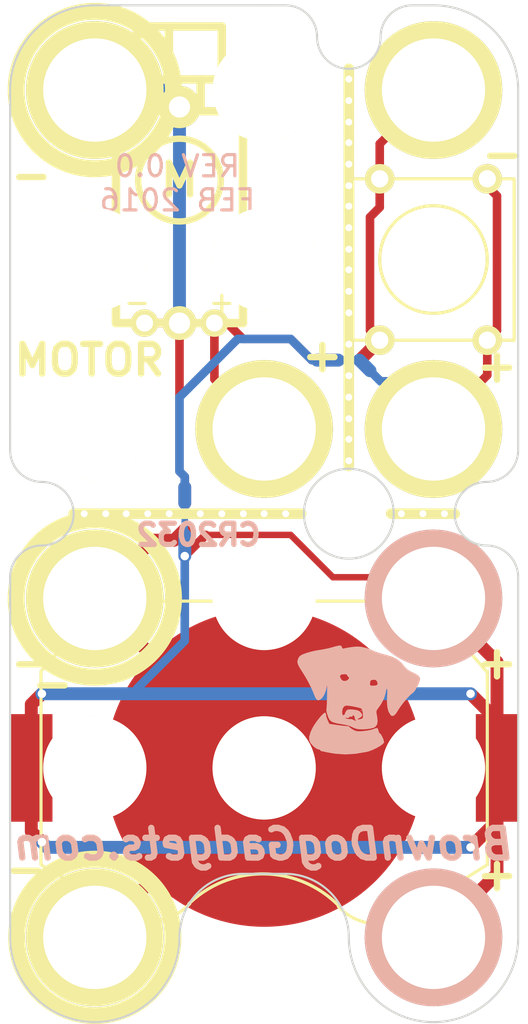
<source format=kicad_pcb>
(kicad_pcb (version 4) (host pcbnew "(2015-08-15 BZR 6092)-product")

  (general
    (links 16)
    (no_connects 0)
    (area 142.891667 59.55 168.45 108.091207)
    (thickness 1.6)
    (drawings 87)
    (tracks 87)
    (zones 0)
    (modules 36)
    (nets 4)
  )

  (page USLetter)
  (layers
    (0 F.Cu signal)
    (31 B.Cu signal)
    (32 B.Adhes user)
    (33 F.Adhes user)
    (34 B.Paste user)
    (35 F.Paste user)
    (36 B.SilkS user)
    (37 F.SilkS user)
    (38 B.Mask user)
    (39 F.Mask user)
    (40 Dwgs.User user)
    (41 Cmts.User user)
    (42 Eco1.User user)
    (43 Eco2.User user hide)
    (44 Edge.Cuts user)
    (45 Margin user)
    (46 B.CrtYd user hide)
    (47 F.CrtYd user)
    (48 B.Fab user)
    (49 F.Fab user hide)
  )

  (setup
    (last_trace_width 0.6096)
    (user_trace_width 0.3048)
    (user_trace_width 0.4064)
    (user_trace_width 0.6096)
    (trace_clearance 0.2)
    (zone_clearance 0.508)
    (zone_45_only no)
    (trace_min 0.007874)
    (segment_width 0.5)
    (edge_width 0.1)
    (via_size 0.6)
    (via_drill 0.4)
    (via_min_size 0.015748)
    (via_min_drill 0.3)
    (user_via 1 0.5)
    (uvia_size 0.3)
    (uvia_drill 0.1)
    (uvias_allowed no)
    (uvia_min_size 0.007874)
    (uvia_min_drill 0.1)
    (pcb_text_width 0.3)
    (pcb_text_size 1.5 1.5)
    (mod_edge_width 0.15)
    (mod_text_size 1 1)
    (mod_text_width 0.15)
    (pad_size 15 15)
    (pad_drill 0)
    (pad_to_mask_clearance 0)
    (aux_axis_origin 0 0)
    (visible_elements 7FFFFFFF)
    (pcbplotparams
      (layerselection 0x010f0_80000001)
      (usegerberextensions true)
      (excludeedgelayer true)
      (linewidth 0.100000)
      (plotframeref false)
      (viasonmask false)
      (mode 1)
      (useauxorigin false)
      (hpglpennumber 1)
      (hpglpenspeed 20)
      (hpglpendiameter 15)
      (hpglpenoverlay 2)
      (psnegative false)
      (psa4output false)
      (plotreference true)
      (plotvalue true)
      (plotinvisibletext false)
      (padsonsilk false)
      (subtractmaskfromsilk false)
      (outputformat 1)
      (mirror false)
      (drillshape 0)
      (scaleselection 1)
      (outputdirectory gerbers/))
  )

  (net 0 "")
  (net 1 GND)
  (net 2 +BATT)
  (net 3 "Net-(P11-Pad1)")

  (net_class Default "This is the default net class."
    (clearance 0.2)
    (trace_width 0.254)
    (via_dia 0.6)
    (via_drill 0.4)
    (uvia_dia 0.3)
    (uvia_drill 0.1)
    (add_net +BATT)
    (add_net GND)
    (add_net "Net-(P11-Pad1)")
  )

  (module myFootPrints:MOUSEBITEx3 (layer F.Cu) (tedit 56D33F8B) (tstamp 56D3DDF4)
    (at 160 67.5 90)
    (descr "module 1 pin (ou trou mecanique de percage)")
    (tags DEV)
    (fp_text reference B3 (at 0 0 90) (layer F.SilkS) hide
      (effects (font (size 0.127 0.127) (thickness 0.0254)))
    )
    (fp_text value 1pin (at 0 0 90) (layer F.Fab) hide
      (effects (font (size 0.127 0.127) (thickness 0.0254)))
    )
    (pad "" np_thru_hole circle (at -1.016 0 90) (size 0.3302 0.3302) (drill 0.3302) (layers *.Cu *.Mask F.SilkS))
    (pad "" np_thru_hole circle (at 1.016 0 90) (size 0.3302 0.3302) (drill 0.3302) (layers *.Cu *.Mask F.SilkS))
    (pad "" np_thru_hole circle (at 0 0 90) (size 0.3302 0.3302) (drill 0.3302) (layers *.Cu *.Mask F.SilkS))
  )

  (module myFootPrints:Lego_Pad_half (layer F.Cu) (tedit 56D3CCDE) (tstamp 56CFB309)
    (at 164 104 180)
    (descr "Through hole pin header")
    (tags "pin header")
    (path /56CFAA4A)
    (fp_text reference PBP1 (at 0 0 180) (layer F.SilkS) hide
      (effects (font (size 1 1) (thickness 0.15)))
    )
    (fp_text value CONN_01X01 (at 0 -1.27 180) (layer F.Fab) hide
      (effects (font (size 0.127 0.127) (thickness 0.03175)))
    )
    (pad 1 thru_hole circle (at 0 0 180) (size 6.5 6.5) (drill 4.8768) (layers *.Cu B.SilkS B.Mask)
      (net 2 +BATT))
  )

  (module myFootPrints:Lego_Pad_half (layer F.Cu) (tedit 56D3CC93) (tstamp 56CFB314)
    (at 164 88 270)
    (descr "Through hole pin header")
    (tags "pin header")
    (path /56CFA993)
    (fp_text reference PBP2 (at 0 0 270) (layer F.SilkS) hide
      (effects (font (size 1 1) (thickness 0.15)))
    )
    (fp_text value CONN_01X01 (at 0 -1.27 270) (layer F.Fab) hide
      (effects (font (size 0.127 0.127) (thickness 0.03175)))
    )
    (pad 1 thru_hole circle (at 0 0 270) (size 6.5 6.5) (drill 4.8768) (layers *.Cu B.SilkS B.Mask)
      (net 2 +BATT))
  )

  (module myFootPrints:MOUSEBITEx3 (layer F.Cu) (tedit 56D33F8B) (tstamp 56DF9898)
    (at 160 78.5 90)
    (descr "module 1 pin (ou trou mecanique de percage)")
    (tags DEV)
    (fp_text reference B3 (at 0 0 90) (layer F.SilkS) hide
      (effects (font (size 0.127 0.127) (thickness 0.0254)))
    )
    (fp_text value 1pin (at 0 0 90) (layer F.Fab) hide
      (effects (font (size 0.127 0.127) (thickness 0.0254)))
    )
    (pad "" np_thru_hole circle (at -1.016 0 90) (size 0.3302 0.3302) (drill 0.3302) (layers *.Cu *.Mask F.SilkS))
    (pad "" np_thru_hole circle (at 1.016 0 90) (size 0.3302 0.3302) (drill 0.3302) (layers *.Cu *.Mask F.SilkS))
    (pad "" np_thru_hole circle (at 0 0 90) (size 0.3302 0.3302) (drill 0.3302) (layers *.Cu *.Mask F.SilkS))
  )

  (module myFootPrints:vibration_motor (layer F.Cu) (tedit 56D369A5) (tstamp 56D12217)
    (at 152 70 180)
    (path /56D13384)
    (fp_text reference P11 (at 0.5 0 270) (layer F.SilkS) hide
      (effects (font (size 1 1) (thickness 0.15)))
    )
    (fp_text value CONN_01X02 (at -1 0 270) (layer F.Fab) hide
      (effects (font (size 1 1) (thickness 0.15)))
    )
    (fp_text user - (at 2 -4 180) (layer F.SilkS)
      (effects (font (size 1 1) (thickness 0.15)))
    )
    (fp_text user + (at -2 -4 180) (layer F.SilkS)
      (effects (font (size 1 1) (thickness 0.15)))
    )
    (fp_line (start 0.5 6.5) (end 0.5 9) (layer F.SilkS) (width 0.4))
    (fp_line (start -1 6.5) (end -2 6.5) (layer F.SilkS) (width 0.4))
    (fp_line (start -2 6.5) (end -2 9) (layer F.SilkS) (width 0.4))
    (fp_line (start -2 9) (end 2 9) (layer F.SilkS) (width 0.4))
    (fp_line (start 2 9) (end 2 6.5) (layer F.SilkS) (width 0.4))
    (fp_line (start 2 6.5) (end 1 6.5) (layer F.SilkS) (width 0.4))
    (fp_line (start -1 5) (end -1 6.5) (layer F.SilkS) (width 0.4))
    (fp_line (start -1 6.5) (end 1 6.5) (layer F.SilkS) (width 0.4))
    (fp_line (start 1 6.5) (end 1 5) (layer F.SilkS) (width 0.4))
    (fp_line (start -3 -5) (end -3 5) (layer F.SilkS) (width 0.4))
    (fp_line (start -3 5) (end 3 5) (layer F.SilkS) (width 0.4))
    (fp_line (start 3 5) (end 3 -5) (layer F.SilkS) (width 0.4))
    (fp_line (start 3 -5) (end -3 -5) (layer F.SilkS) (width 0.4))
    (pad 1 thru_hole circle (at -1.65 -5 180) (size 1.3 1.3) (drill 0.8) (layers *.Cu *.Mask F.SilkS)
      (net 3 "Net-(P11-Pad1)"))
    (pad 2 thru_hole circle (at 0 -5 180) (size 1.6 1.6) (drill 1) (layers *.Cu *.Mask F.SilkS)
      (net 1 GND))
    (pad 2 thru_hole circle (at 1.65 -5 180) (size 1.3 1.3) (drill 0.8) (layers *.Cu *.Mask F.SilkS)
      (net 1 GND))
    (pad 2 thru_hole circle (at 0 5.2 180) (size 2 2) (drill 1) (layers *.Cu *.Mask F.SilkS)
      (net 1 GND))
  )

  (module myFootPrints:Lego_Drill (layer F.Cu) (tedit 56D30369) (tstamp 56DF9742)
    (at 148 80)
    (descr "Through hole pin header")
    (tags "pin header")
    (path /56CE9A5D)
    (fp_text reference P6 (at 0 0) (layer F.SilkS) hide
      (effects (font (size 1 1) (thickness 0.15)))
    )
    (fp_text value CONN_01X01 (at 0 -1.27) (layer F.Fab) hide
      (effects (font (size 1 1) (thickness 0.15)))
    )
    (pad "" np_thru_hole circle (at 0 0) (size 4.8768 4.8768) (drill 4.8768) (layers *.Cu *.Mask F.SilkS))
  )

  (module myFootPrints:Lego_Drill (layer F.Cu) (tedit 56D30372) (tstamp 56DF9738)
    (at 156 64)
    (descr "Through hole pin header")
    (tags "pin header")
    (path /56CE9A5D)
    (fp_text reference P6 (at 0 0) (layer F.SilkS) hide
      (effects (font (size 1 1) (thickness 0.15)))
    )
    (fp_text value CONN_01X01 (at 0 -1.27) (layer F.Fab) hide
      (effects (font (size 0.127 0.127) (thickness 0.03175)))
    )
    (pad "" np_thru_hole circle (at 0 0) (size 4.8768 4.8768) (drill 4.8768) (layers *.Cu *.Mask F.SilkS))
  )

  (module myFootPrints:MOUSEBITEx2 (layer F.Cu) (tedit 56D33FF0) (tstamp 56D515AB)
    (at 160 81.5 90)
    (descr "module 1 pin (ou trou mecanique de percage)")
    (tags DEV)
    (fp_text reference B2 (at 0 0 90) (layer F.SilkS) hide
      (effects (font (size 0.127 0.127) (thickness 0.0254)))
    )
    (fp_text value 1pin (at 0 0 90) (layer F.Fab) hide
      (effects (font (size 0.127 0.127) (thickness 0.0254)))
    )
    (pad "" np_thru_hole circle (at 1.016 0 90) (size 0.3302 0.3302) (drill 0.3302) (layers *.Cu *.Mask F.SilkS))
    (pad "" np_thru_hole circle (at 0 0 90) (size 0.3302 0.3302) (drill 0.3302) (layers *.Cu *.Mask F.SilkS))
  )

  (module myFootPrints:MOUSEBITEx3 (layer F.Cu) (tedit 56D33F8B) (tstamp 56D51599)
    (at 160 73.5 90)
    (descr "module 1 pin (ou trou mecanique de percage)")
    (tags DEV)
    (fp_text reference B3 (at 0 0 90) (layer F.SilkS) hide
      (effects (font (size 0.127 0.127) (thickness 0.0254)))
    )
    (fp_text value 1pin (at 0 0 90) (layer F.Fab) hide
      (effects (font (size 0.127 0.127) (thickness 0.0254)))
    )
    (pad "" np_thru_hole circle (at -1.016 0 90) (size 0.3302 0.3302) (drill 0.3302) (layers *.Cu *.Mask F.SilkS))
    (pad "" np_thru_hole circle (at 1.016 0 90) (size 0.3302 0.3302) (drill 0.3302) (layers *.Cu *.Mask F.SilkS))
    (pad "" np_thru_hole circle (at 0 0 90) (size 0.3302 0.3302) (drill 0.3302) (layers *.Cu *.Mask F.SilkS))
  )

  (module myFootPrints:MOUSEBITEx3 (layer F.Cu) (tedit 56D33F8B) (tstamp 56D51591)
    (at 160 70.5 90)
    (descr "module 1 pin (ou trou mecanique de percage)")
    (tags DEV)
    (fp_text reference B3 (at 0 0 90) (layer F.SilkS) hide
      (effects (font (size 0.127 0.127) (thickness 0.0254)))
    )
    (fp_text value 1pin (at 0 0 90) (layer F.Fab) hide
      (effects (font (size 0.127 0.127) (thickness 0.0254)))
    )
    (pad "" np_thru_hole circle (at -1.016 0 90) (size 0.3302 0.3302) (drill 0.3302) (layers *.Cu *.Mask F.SilkS))
    (pad "" np_thru_hole circle (at 1.016 0 90) (size 0.3302 0.3302) (drill 0.3302) (layers *.Cu *.Mask F.SilkS))
    (pad "" np_thru_hole circle (at 0 0 90) (size 0.3302 0.3302) (drill 0.3302) (layers *.Cu *.Mask F.SilkS))
  )

  (module myFootPrints:MOUSEBITEx3 (layer F.Cu) (tedit 56D33F8B) (tstamp 56D5158A)
    (at 160 64.5 90)
    (descr "module 1 pin (ou trou mecanique de percage)")
    (tags DEV)
    (fp_text reference B3 (at 0 0 90) (layer F.SilkS) hide
      (effects (font (size 0.127 0.127) (thickness 0.0254)))
    )
    (fp_text value 1pin (at 0 0 90) (layer F.Fab) hide
      (effects (font (size 0.127 0.127) (thickness 0.0254)))
    )
    (pad "" np_thru_hole circle (at -1.016 0 90) (size 0.3302 0.3302) (drill 0.3302) (layers *.Cu *.Mask F.SilkS))
    (pad "" np_thru_hole circle (at 1.016 0 90) (size 0.3302 0.3302) (drill 0.3302) (layers *.Cu *.Mask F.SilkS))
    (pad "" np_thru_hole circle (at 0 0 90) (size 0.3302 0.3302) (drill 0.3302) (layers *.Cu *.Mask F.SilkS))
  )

  (module myFootPrints:MOUSEBITEx2 (layer F.Cu) (tedit 56D33FF0) (tstamp 56D51561)
    (at 147.5 84)
    (descr "module 1 pin (ou trou mecanique de percage)")
    (tags DEV)
    (fp_text reference B2 (at 0 0) (layer F.SilkS) hide
      (effects (font (size 0.127 0.127) (thickness 0.0254)))
    )
    (fp_text value 1pin (at 0 0) (layer F.Fab) hide
      (effects (font (size 0.127 0.127) (thickness 0.0254)))
    )
    (pad "" np_thru_hole circle (at 1.016 0) (size 0.3302 0.3302) (drill 0.3302) (layers *.Cu *.Mask F.SilkS))
    (pad "" np_thru_hole circle (at 0 0) (size 0.3302 0.3302) (drill 0.3302) (layers *.Cu *.Mask F.SilkS))
  )

  (module myFootPrints:MOUSEBITEx3 (layer F.Cu) (tedit 56D33F8B) (tstamp 56D5154E)
    (at 150.5 84)
    (descr "module 1 pin (ou trou mecanique de percage)")
    (tags DEV)
    (fp_text reference B3 (at 0 0) (layer F.SilkS) hide
      (effects (font (size 0.127 0.127) (thickness 0.0254)))
    )
    (fp_text value 1pin (at 0 0) (layer F.Fab) hide
      (effects (font (size 0.127 0.127) (thickness 0.0254)))
    )
    (pad "" np_thru_hole circle (at -1.016 0) (size 0.3302 0.3302) (drill 0.3302) (layers *.Cu *.Mask F.SilkS))
    (pad "" np_thru_hole circle (at 1.016 0) (size 0.3302 0.3302) (drill 0.3302) (layers *.Cu *.Mask F.SilkS))
    (pad "" np_thru_hole circle (at 0 0) (size 0.3302 0.3302) (drill 0.3302) (layers *.Cu *.Mask F.SilkS))
  )

  (module myFootPrints:MOUSEBITEx3 (layer F.Cu) (tedit 56D33F8B) (tstamp 56D51545)
    (at 154 84)
    (descr "module 1 pin (ou trou mecanique de percage)")
    (tags DEV)
    (fp_text reference B3 (at 0 0) (layer F.SilkS) hide
      (effects (font (size 0.127 0.127) (thickness 0.0254)))
    )
    (fp_text value 1pin (at 0 0) (layer F.Fab) hide
      (effects (font (size 0.127 0.127) (thickness 0.0254)))
    )
    (pad "" np_thru_hole circle (at -1.016 0) (size 0.3302 0.3302) (drill 0.3302) (layers *.Cu *.Mask F.SilkS))
    (pad "" np_thru_hole circle (at 1.016 0) (size 0.3302 0.3302) (drill 0.3302) (layers *.Cu *.Mask F.SilkS))
    (pad "" np_thru_hole circle (at 0 0) (size 0.3302 0.3302) (drill 0.3302) (layers *.Cu *.Mask F.SilkS))
  )

  (module myFootPrints:Lego_Drill (layer F.Cu) (tedit 56D30369) (tstamp 56CE7806)
    (at 148 72)
    (descr "Through hole pin header")
    (tags "pin header")
    (path /56CE9A5D)
    (fp_text reference P6 (at 0 0) (layer F.SilkS) hide
      (effects (font (size 1 1) (thickness 0.15)))
    )
    (fp_text value CONN_01X01 (at 0 -1.27) (layer F.Fab) hide
      (effects (font (size 1 1) (thickness 0.15)))
    )
    (pad "" np_thru_hole circle (at 0 0) (size 4.8768 4.8768) (drill 4.8768) (layers *.Cu *.Mask F.SilkS))
  )

  (module myFootPrints:Lego_Drill (layer F.Cu) (tedit 56D3037D) (tstamp 56CE75C4)
    (at 164 72)
    (descr "Through hole pin header")
    (tags "pin header")
    (path /56CE9A9C)
    (fp_text reference P7 (at 0 0) (layer F.SilkS) hide
      (effects (font (size 1 1) (thickness 0.15)))
    )
    (fp_text value CONN_01X01 (at 0 -1.27) (layer F.Fab) hide
      (effects (font (size 0.127 0.127) (thickness 0.03175)))
    )
    (pad "" np_thru_hole circle (at 0 0) (size 4.8768 4.8768) (drill 4.8768) (layers *.Cu *.Mask F.SilkS))
  )

  (module myFootPrints:Lego_Drill (layer F.Cu) (tedit 56D30372) (tstamp 56CE75C9)
    (at 156 72)
    (descr "Through hole pin header")
    (tags "pin header")
    (path /56CE9A5D)
    (fp_text reference P6 (at 0 0) (layer F.SilkS) hide
      (effects (font (size 1 1) (thickness 0.15)))
    )
    (fp_text value CONN_01X01 (at 0 -1.27) (layer F.Fab) hide
      (effects (font (size 0.127 0.127) (thickness 0.03175)))
    )
    (pad "" np_thru_hole circle (at 0 0) (size 4.8768 4.8768) (drill 4.8768) (layers *.Cu *.Mask F.SilkS))
  )

  (module myFootPrints:Lego_Drill (layer F.Cu) (tedit 56D30336) (tstamp 56CFA5BD)
    (at 148 96)
    (descr "Through hole pin header")
    (tags "pin header")
    (path /56CFAE96)
    (fp_text reference P8 (at 0 0) (layer F.SilkS) hide
      (effects (font (size 1 1) (thickness 0.15)))
    )
    (fp_text value CONN_01X01 (at 0 -1.27) (layer F.Fab) hide
      (effects (font (size 0.127 0.127) (thickness 0.03175)))
    )
    (pad "" np_thru_hole circle (at 0 0) (size 4.8768 4.8768) (drill 4.8768) (layers *.Cu *.Mask F.SilkS))
  )

  (module myFootPrints:Lego_Drill (layer F.Cu) (tedit 56D3034F) (tstamp 56CFA5C2)
    (at 164 96)
    (descr "Through hole pin header")
    (tags "pin header")
    (path /56CFAF31)
    (fp_text reference P9 (at 0 0) (layer F.SilkS) hide
      (effects (font (size 1 1) (thickness 0.15)))
    )
    (fp_text value CONN_01X01 (at 0 -1.27) (layer F.Fab) hide
      (effects (font (size 0.127 0.127) (thickness 0.03175)))
    )
    (pad "" np_thru_hole circle (at 0 0) (size 4.8768 4.8768) (drill 4.8768) (layers *.Cu *.Mask F.SilkS))
  )

  (module myFootPrints:Lego_Pad (layer F.Cu) (tedit 56CE7F16) (tstamp 56CFA5DB)
    (at 164 64)
    (descr "Through hole pin header")
    (tags "pin header")
    (path /56CFAC5B)
    (fp_text reference PSN1 (at 0 0) (layer F.SilkS) hide
      (effects (font (size 1 1) (thickness 0.15)))
    )
    (fp_text value CONN_01X01 (at 0 -1.27) (layer F.Fab) hide
      (effects (font (size 0.127 0.127) (thickness 0.03175)))
    )
    (pad 1 thru_hole circle (at 0 0) (size 6.5 6.5) (drill 4.8768) (layers *.Cu *.Mask F.SilkS)
      (net 3 "Net-(P11-Pad1)"))
  )

  (module myFootPrints:Lego_Pad (layer F.Cu) (tedit 56CE7F16) (tstamp 56CFA5E0)
    (at 148 64)
    (descr "Through hole pin header")
    (tags "pin header")
    (path /56CFABEB)
    (fp_text reference PSN2 (at 0 0) (layer F.SilkS) hide
      (effects (font (size 1 1) (thickness 0.15)))
    )
    (fp_text value CONN_01X01 (at 0 -1.27) (layer F.Fab) hide
      (effects (font (size 0.127 0.127) (thickness 0.03175)))
    )
    (pad 1 thru_hole circle (at 0 0) (size 6.5 6.5) (drill 4.8768) (layers *.Cu *.Mask F.SilkS)
      (net 1 GND))
  )

  (module myFootPrints:Lego_Pad (layer F.Cu) (tedit 56CE7F16) (tstamp 56CFA5E5)
    (at 164 80)
    (descr "Through hole pin header")
    (tags "pin header")
    (path /56CFACCC)
    (fp_text reference PSP1 (at 0 0) (layer F.SilkS) hide
      (effects (font (size 1 1) (thickness 0.15)))
    )
    (fp_text value CONN_01X01 (at 0 -1.27) (layer F.Fab) hide
      (effects (font (size 0.127 0.127) (thickness 0.03175)))
    )
    (pad 1 thru_hole circle (at 0 0) (size 6.5 6.5) (drill 4.8768) (layers *.Cu *.Mask F.SilkS)
      (net 2 +BATT))
  )

  (module myFootPrints:Lego_Pad (layer F.Cu) (tedit 56CE7F16) (tstamp 56CFA5EA)
    (at 156 80)
    (descr "Through hole pin header")
    (tags "pin header")
    (path /56CFAB96)
    (fp_text reference PSP2 (at 0 0) (layer F.SilkS) hide
      (effects (font (size 1 1) (thickness 0.15)))
    )
    (fp_text value CONN_01X01 (at 0 -1.27) (layer F.Fab) hide
      (effects (font (size 0.127 0.127) (thickness 0.03175)))
    )
    (pad 1 thru_hole circle (at 0 0) (size 6.5 6.5) (drill 4.8768) (layers *.Cu *.Mask F.SilkS)
      (net 3 "Net-(P11-Pad1)"))
  )

  (module myFootPrints:Lego_Drill (layer F.Cu) (tedit 56D3035C) (tstamp 56CFB2E3)
    (at 156 88)
    (descr "Through hole pin header")
    (tags "pin header")
    (path /56CFB5A1)
    (fp_text reference P4 (at 0 0) (layer F.SilkS) hide
      (effects (font (size 1 1) (thickness 0.15)))
    )
    (fp_text value CONN_01X01 (at 0 -1.27) (layer F.Fab) hide
      (effects (font (size 0.127 0.127) (thickness 0.03175)))
    )
    (pad "" np_thru_hole circle (at 0 0) (size 4.8768 4.8768) (drill 4.8768) (layers *.Cu *.Mask F.SilkS))
  )

  (module myFootPrints:Lego_Drill (layer F.Cu) (tedit 56D30344) (tstamp 56CFB2E8)
    (at 156 96)
    (descr "Through hole pin header")
    (tags "pin header")
    (path /56CFB60B)
    (fp_text reference P10 (at 0 0) (layer F.SilkS) hide
      (effects (font (size 1 1) (thickness 0.15)))
    )
    (fp_text value CONN_01X01 (at 0 -1.27) (layer F.Fab) hide
      (effects (font (size 0.127 0.127) (thickness 0.03175)))
    )
    (pad "" np_thru_hole circle (at 0 0) (size 4.8768 4.8768) (drill 4.8768) (layers *.Cu *.Mask F.SilkS))
  )

  (module myFootPrints:Lego_Pad (layer F.Cu) (tedit 56CE7F16) (tstamp 56CFCA8F)
    (at 148 88)
    (descr "Through hole pin header")
    (tags "pin header")
    (path /56CFA9DB)
    (fp_text reference PBN1 (at 0 0) (layer F.SilkS) hide
      (effects (font (size 1 1) (thickness 0.15)))
    )
    (fp_text value CONN_01X01 (at 0 -1.27) (layer F.Fab) hide
      (effects (font (size 0.127 0.127) (thickness 0.03175)))
    )
    (pad 1 thru_hole circle (at 0 0) (size 6.5 6.5) (drill 4.8768) (layers *.Cu *.Mask F.SilkS)
      (net 1 GND))
  )

  (module myFootPrints:Lego_Pad (layer F.Cu) (tedit 56CE7F16) (tstamp 56CFCA94)
    (at 148 104)
    (descr "Through hole pin header")
    (tags "pin header")
    (path /56CFA91A)
    (fp_text reference PBN2 (at 0 0) (layer F.SilkS) hide
      (effects (font (size 1 1) (thickness 0.15)))
    )
    (fp_text value CONN_01X01 (at 0 -1.27) (layer F.Fab) hide
      (effects (font (size 0.127 0.127) (thickness 0.03175)))
    )
    (pad 1 thru_hole circle (at 0 0) (size 6.5 6.5) (drill 4.8768) (layers *.Cu *.Mask F.SilkS)
      (net 1 GND))
  )

  (module myFootPrints:BATT_CR2032_SMD (layer F.Cu) (tedit 56D3CC6B) (tstamp 56D12364)
    (at 156 96)
    (tags battery)
    (path /56CFA61E)
    (fp_text reference BT1 (at 0 5.08) (layer F.SilkS) hide
      (effects (font (size 1.72974 1.08712) (thickness 0.27178)))
    )
    (fp_text value Battery (at 0 -2.54) (layer F.SilkS) hide
      (effects (font (size 1.524 1.016) (thickness 0.254)))
    )
    (fp_line (start -7.1755 6.5405) (end -10.541 4.572) (layer F.SilkS) (width 0.15))
    (fp_line (start 7.1755 6.6675) (end 10.541 4.572) (layer F.SilkS) (width 0.15))
    (fp_arc (start -5.4229 4.6355) (end -3.5179 6.4135) (angle 90) (layer F.SilkS) (width 0.15))
    (fp_arc (start 5.4102 4.7625) (end 7.1882 6.6675) (angle 90) (layer F.SilkS) (width 0.15))
    (fp_arc (start -0.0635 10.033) (end -3.556 6.4135) (angle 90) (layer F.SilkS) (width 0.15))
    (fp_line (start 7.62 -7.874) (end 10.541 -4.5085) (layer F.SilkS) (width 0.15))
    (fp_line (start -10.541 -4.572) (end -7.5565 -7.9375) (layer F.SilkS) (width 0.15))
    (fp_line (start -7.62 -7.874) (end 7.62 -7.874) (layer F.SilkS) (width 0.15))
    (fp_line (start -10.541 4.572) (end -10.541 -4.572) (layer F.SilkS) (width 0.15))
    (fp_line (start 10.541 4.572) (end 10.541 -4.572) (layer F.SilkS) (width 0.15))
    (fp_circle (center 0 0) (end -10.16 0) (layer Dwgs.User) (width 0.15))
    (pad 2 smd circle (at 0 0) (size 15 15) (layers F.Cu F.Paste F.Mask)
      (net 1 GND))
    (pad 1 smd rect (at -11 0) (size 2 5.08) (layers F.Cu F.Paste F.Mask)
      (net 2 +BATT))
    (pad 1 smd rect (at 11 0) (size 2 5.08) (layers F.Cu F.Paste F.Mask)
      (net 2 +BATT))
    (model walter/battery_holders/keystone_3008.wrl
      (at (xyz 0 0 0))
      (scale (xyz 0.7 0.7 0.7))
      (rotate (xyz 0 0 0))
    )
  )

  (module Buttons_Switches_ThroughHole:SW_PUSH_SMALL (layer F.Cu) (tedit 0) (tstamp 56D12422)
    (at 164 72 270)
    (path /56D13134)
    (fp_text reference SW1 (at 0 -0.762 270) (layer F.SilkS)
      (effects (font (size 1 1) (thickness 0.15)))
    )
    (fp_text value SW_PUSH (at 0 1.016 270) (layer F.Fab)
      (effects (font (size 1 1) (thickness 0.15)))
    )
    (fp_circle (center 0 0) (end 0 -2.54) (layer F.SilkS) (width 0.15))
    (fp_line (start -3.81 -3.81) (end 3.81 -3.81) (layer F.SilkS) (width 0.15))
    (fp_line (start 3.81 -3.81) (end 3.81 3.81) (layer F.SilkS) (width 0.15))
    (fp_line (start 3.81 3.81) (end -3.81 3.81) (layer F.SilkS) (width 0.15))
    (fp_line (start -3.81 -3.81) (end -3.81 3.81) (layer F.SilkS) (width 0.15))
    (pad 1 thru_hole circle (at 3.81 -2.54 270) (size 1.397 1.397) (drill 0.8128) (layers *.Cu *.Mask F.SilkS)
      (net 2 +BATT))
    (pad 2 thru_hole circle (at 3.81 2.54 270) (size 1.397 1.397) (drill 0.8128) (layers *.Cu *.Mask F.SilkS)
      (net 3 "Net-(P11-Pad1)"))
    (pad 1 thru_hole circle (at -3.81 -2.54 270) (size 1.397 1.397) (drill 0.8128) (layers *.Cu *.Mask F.SilkS)
      (net 2 +BATT))
    (pad 2 thru_hole circle (at -3.81 2.54 270) (size 1.397 1.397) (drill 0.8128) (layers *.Cu *.Mask F.SilkS)
      (net 3 "Net-(P11-Pad1)"))
    (model walter/switch/pcb_push.wrl
      (at (xyz 0 0 0))
      (scale (xyz 1 1 1))
      (rotate (xyz 0 0 90))
    )
  )

  (module myFootPrints:BrownDog_6_BS (layer F.Cu) (tedit 0) (tstamp 56DF9615)
    (at 160.4 92.8)
    (fp_text reference G*** (at 0 0) (layer B.SilkS) hide
      (effects (font (thickness 0.3)))
    )
    (fp_text value LOGO (at 0.75 0) (layer B.SilkS) hide
      (effects (font (thickness 0.3)))
    )
    (fp_poly (pts (xy -1.489867 0.628676) (xy -1.481666 0.690548) (xy -1.463431 0.789881) (xy -1.417936 0.918014)
      (xy -1.400343 0.956751) (xy -1.319019 1.125072) (xy -0.964229 1.176369) (xy -0.784932 1.200362)
      (xy -0.625064 1.218353) (xy -0.513037 1.227233) (xy -0.495219 1.227666) (xy -0.4117 1.238705)
      (xy -0.381 1.262204) (xy -0.347307 1.301499) (xy -0.261816 1.361955) (xy -0.20687 1.394609)
      (xy -0.106553 1.445057) (xy -0.014053 1.47093) (xy 0.100151 1.476345) (xy 0.265581 1.465418)
      (xy 0.287095 1.463492) (xy 0.466489 1.440801) (xy 0.632782 1.408834) (xy 0.750767 1.374397)
      (xy 0.753135 1.373421) (xy 0.874213 1.327038) (xy 0.940742 1.322153) (xy 0.975084 1.364866)
      (xy 0.994834 1.439333) (xy 1.023836 1.528153) (xy 1.055123 1.566306) (xy 1.055814 1.566333)
      (xy 1.100057 1.602173) (xy 1.155666 1.690914) (xy 1.20959 1.804387) (xy 1.248778 1.914424)
      (xy 1.260178 1.992858) (xy 1.257896 2.002483) (xy 1.197621 2.074853) (xy 1.077237 2.162556)
      (xy 0.917116 2.254641) (xy 0.737633 2.340154) (xy 0.559161 2.408146) (xy 0.4445 2.439719)
      (xy -0.08234 2.529232) (xy -0.564673 2.558526) (xy -1.01672 2.528373) (xy -1.065003 2.521491)
      (xy -1.247921 2.492257) (xy -1.412184 2.462875) (xy -1.529539 2.438493) (xy -1.551836 2.432793)
      (xy -1.648471 2.41064) (xy -1.703916 2.406055) (xy -1.734615 2.381225) (xy -1.735666 2.370666)
      (xy -1.771117 2.336255) (xy -1.820211 2.328333) (xy -1.898692 2.301148) (xy -2.006165 2.231692)
      (xy -2.070802 2.17832) (xy -2.19867 2.038295) (xy -2.264225 1.895582) (xy -2.268943 1.733882)
      (xy -2.214296 1.536901) (xy -2.143585 1.373654) (xy -2.062629 1.226179) (xy -1.956648 1.064678)
      (xy -1.838454 0.905138) (xy -1.720857 0.76355) (xy -1.616667 0.655904) (xy -1.538697 0.59819)
      (xy -1.517859 0.592666) (xy -1.489867 0.628676)) (layer B.SilkS) (width 0.01))
    (fp_poly (pts (xy -0.761333 -2.557332) (xy -0.737769 -2.517843) (xy -0.732663 -2.50046) (xy -0.695385 -2.436025)
      (xy -0.658463 -2.427428) (xy -0.594536 -2.443109) (xy -0.471666 -2.46688) (xy -0.3146 -2.494002)
      (xy -0.289148 -2.498143) (xy -0.054675 -2.52366) (xy 0.15996 -2.515802) (xy 0.380415 -2.470366)
      (xy 0.632348 -2.383151) (xy 0.775144 -2.323855) (xy 0.968051 -2.248719) (xy 1.175329 -2.18041)
      (xy 1.343236 -2.135846) (xy 1.643259 -2.050837) (xy 1.882284 -1.932171) (xy 2.081501 -1.766523)
      (xy 2.240464 -1.571656) (xy 2.367144 -1.446891) (xy 2.551545 -1.336768) (xy 2.578379 -1.324541)
      (xy 2.770783 -1.23055) (xy 2.89158 -1.146631) (xy 2.951613 -1.063607) (xy 2.9633 -0.998856)
      (xy 2.940586 -0.884381) (xy 2.881896 -0.735645) (xy 2.801311 -0.578959) (xy 2.712912 -0.440637)
      (xy 2.630779 -0.34699) (xy 2.604808 -0.328938) (xy 2.521788 -0.264572) (xy 2.406465 -0.1484)
      (xy 2.274069 0.001315) (xy 2.139826 0.166313) (xy 2.018965 0.328331) (xy 1.926715 0.469108)
      (xy 1.90202 0.51384) (xy 1.828312 0.627846) (xy 1.747068 0.711381) (xy 1.727782 0.723886)
      (xy 1.651531 0.749246) (xy 1.590502 0.714872) (xy 1.559139 0.678961) (xy 1.470198 0.521183)
      (xy 1.419573 0.309977) (xy 1.405655 0.03606) (xy 1.414012 -0.15875) (xy 1.421456 -0.339055)
      (xy 1.417442 -0.468896) (xy 1.404529 -0.541318) (xy 1.385278 -0.549362) (xy 1.36225 -0.486072)
      (xy 1.340046 -0.359698) (xy 1.269513 -0.100987) (xy 1.131967 0.170392) (xy 1.005053 0.351467)
      (xy 0.93583 0.443888) (xy 0.902974 0.51555) (xy 0.900764 0.598512) (xy 0.92348 0.724832)
      (xy 0.931584 0.763182) (xy 0.958459 0.988686) (xy 0.929024 1.154305) (xy 0.841799 1.264664)
      (xy 0.757578 1.307531) (xy 0.592369 1.346403) (xy 0.384831 1.370121) (xy 0.175157 1.375971)
      (xy 0.003536 1.361237) (xy -0.006939 1.359172) (xy -0.144013 1.317281) (xy -0.263947 1.26001)
      (xy -0.268803 1.256895) (xy -0.363834 1.215822) (xy -0.511568 1.174664) (xy -0.680504 1.142154)
      (xy -0.685197 1.141458) (xy -0.922422 1.101957) (xy -1.090627 1.061153) (xy -1.205356 1.013554)
      (xy -1.282153 0.953671) (xy -1.308438 0.921309) (xy -1.357042 0.830166) (xy -0.561431 0.830166)
      (xy -0.557324 0.856556) (xy -0.555092 0.858841) (xy -0.485747 0.887196) (xy -0.375408 0.897578)
      (xy -0.363045 0.897269) (xy -0.25718 0.904183) (xy -0.193112 0.92844) (xy -0.189664 0.932684)
      (xy -0.130067 0.968311) (xy -0.092751 0.973018) (xy -0.047151 0.964857) (xy -0.079507 0.935418)
      (xy -0.118585 0.884844) (xy -0.115011 0.861516) (xy -0.119359 0.802796) (xy -0.15192 0.742858)
      (xy -0.196344 0.69162) (xy -0.211052 0.710128) (xy -0.211666 0.728778) (xy -0.238074 0.77741)
      (xy -0.296333 0.774266) (xy -0.365983 0.776452) (xy -0.381 0.804331) (xy -0.416361 0.839108)
      (xy -0.490043 0.835691) (xy -0.561431 0.830166) (xy -1.357042 0.830166) (xy -1.360058 0.824511)
      (xy -1.408106 0.695448) (xy -1.444246 0.563306) (xy -1.445737 0.553357) (xy -0.719666 0.553357)
      (xy -0.710118 0.658271) (xy -0.686314 0.715874) (xy -0.677333 0.719666) (xy -0.594552 0.702504)
      (xy -0.583725 0.661824) (xy -0.571794 0.602857) (xy -0.531617 0.526964) (xy -0.488332 0.4734)
      (xy -0.432438 0.446769) (xy -0.339332 0.441297) (xy -0.20269 0.449743) (xy -0.011802 0.478152)
      (xy 0.114734 0.533973) (xy 0.195502 0.627591) (xy 0.222931 0.687582) (xy 0.219894 0.754039)
      (xy 0.146403 0.815001) (xy 0.125543 0.826253) (xy 0.040424 0.875838) (xy 0.000435 0.910096)
      (xy 0 0.91206) (xy 0.034232 0.917609) (xy 0.112347 0.905495) (xy 0.197479 0.883501)
      (xy 0.25276 0.859411) (xy 0.25389 0.85846) (xy 0.270822 0.799215) (xy 0.270424 0.69081)
      (xy 0.256283 0.566128) (xy 0.231986 0.458051) (xy 0.204081 0.401859) (xy 0.140583 0.373662)
      (xy 0.018489 0.340058) (xy -0.136791 0.306211) (xy -0.299847 0.277281) (xy -0.44527 0.258432)
      (xy -0.523714 0.254) (xy -0.623146 0.292333) (xy -0.692325 0.395481) (xy -0.71961 0.545659)
      (xy -0.719666 0.553357) (xy -1.445737 0.553357) (xy -1.460142 0.457271) (xy -1.453774 0.412449)
      (xy -1.444934 0.358617) (xy -1.436521 0.236446) (xy -1.429324 0.062267) (xy -1.424131 -0.147592)
      (xy -1.422948 -0.225249) (xy -1.421211 -0.429113) (xy -1.421568 -0.588812) (xy -1.423846 -0.692644)
      (xy -1.427724 -0.727586) (xy 0.596992 -0.727586) (xy 0.623787 -0.688231) (xy 0.703195 -0.677735)
      (xy 0.760647 -0.677334) (xy 0.893037 -0.692446) (xy 0.956223 -0.735434) (xy 0.957089 -0.737526)
      (xy 0.956678 -0.819521) (xy 0.931781 -0.888165) (xy 0.870482 -0.953765) (xy 0.768702 -0.967178)
      (xy 0.748604 -0.965556) (xy 0.653439 -0.944814) (xy 0.612321 -0.888681) (xy 0.600568 -0.814917)
      (xy 0.596992 -0.727586) (xy -1.427724 -0.727586) (xy -1.427871 -0.72891) (xy -1.430264 -0.719667)
      (xy -1.48321 -0.469681) (xy -1.561874 -0.26151) (xy -1.659506 -0.106883) (xy -1.769356 -0.017527)
      (xy -1.844505 0) (xy -1.892509 -0.011203) (xy -1.937037 -0.053982) (xy -1.986666 -0.142092)
      (xy -2.049975 -0.289289) (xy -2.092933 -0.39835) (xy -2.185646 -0.609336) (xy -2.310848 -0.855565)
      (xy -2.448753 -1.099816) (xy -0.818022 -1.099816) (xy -0.815417 -1.08735) (xy -0.751862 -0.96318)
      (xy -0.647694 -0.901079) (xy -0.524456 -0.90938) (xy -0.455083 -0.94793) (xy -0.395836 -1.014926)
      (xy -0.383563 -1.074951) (xy -0.423333 -1.100667) (xy -0.46089 -1.134955) (xy -0.465666 -1.164167)
      (xy -0.503361 -1.214681) (xy -0.589204 -1.227667) (xy -0.734114 -1.215481) (xy -0.80713 -1.174884)
      (xy -0.818022 -1.099816) (xy -2.448753 -1.099816) (xy -2.451072 -1.103922) (xy -2.545105 -1.2556)
      (xy -2.669414 -1.450262) (xy -2.752428 -1.590623) (xy -2.801066 -1.69198) (xy -2.822248 -1.769628)
      (xy -2.822896 -1.838863) (xy -2.819752 -1.862667) (xy -2.77841 -1.985979) (xy -2.710092 -2.081415)
      (xy -2.706435 -2.084509) (xy -2.590974 -2.150501) (xy -2.411774 -2.218873) (xy -2.189327 -2.283435)
      (xy -1.944127 -2.337998) (xy -1.772574 -2.366554) (xy -1.575899 -2.399467) (xy -1.373778 -2.441311)
      (xy -1.227666 -2.478207) (xy -1.026288 -2.534853) (xy -0.8911 -2.566488) (xy -0.807613 -2.573764)
      (xy -0.761333 -2.557332)) (layer B.SilkS) (width 0.01))
    (fp_poly (pts (xy -0.592666 0.6985) (xy -0.613833 0.719666) (xy -0.635 0.6985) (xy -0.613833 0.677333)
      (xy -0.592666 0.6985)) (layer B.SilkS) (width 0.01))
    (fp_poly (pts (xy 0.211667 0.486833) (xy 0.1905 0.508) (xy 0.169334 0.486833) (xy 0.1905 0.465666)
      (xy 0.211667 0.486833)) (layer B.SilkS) (width 0.01))
  )

  (module myFootPrints:MOUSEBITEx1 (layer F.Cu) (tedit 56D33F0A) (tstamp 56DF96FC)
    (at 160 76)
    (descr "module 1 pin (ou trou mecanique de percage)")
    (tags DEV)
    (fp_text reference B (at 0 0.1) (layer F.SilkS) hide
      (effects (font (size 0.127 0.127) (thickness 0.0254)))
    )
    (fp_text value 1pin (at 0 -0.1) (layer F.Fab) hide
      (effects (font (size 0.127 0.127) (thickness 0.0254)))
    )
    (pad "" np_thru_hole circle (at 0 0) (size 0.3302 0.3302) (drill 0.3302) (layers *.Cu *.Mask F.SilkS))
  )

  (module myFootPrints:divot (layer F.Cu) (tedit 56D3B453) (tstamp 56D3DDB7)
    (at 144 84 90)
    (descr "module 1 pin (ou trou mecanique de percage)")
    (tags DEV)
    (fp_text reference DIVOT (at 0 0.5 90) (layer Edge.Cuts) hide
      (effects (font (size 0.127 0.127) (thickness 0.03175)))
    )
    (fp_text value divot (at 0 0.254 90) (layer F.Fab) hide
      (effects (font (size 0.5 0.5) (thickness 0.01)))
    )
    (fp_arc (start -3 1.5) (end -3 0) (angle 90) (layer Edge.Cuts) (width 0.1))
    (fp_arc (start 3 1.5) (end 1.5 1.5) (angle 90) (layer Edge.Cuts) (width 0.1))
    (fp_arc (start 0 1.5) (end 1.5 1.5) (angle 90) (layer Edge.Cuts) (width 0.1))
    (fp_arc (start 0 1.5) (end 0 3) (angle 90) (layer Edge.Cuts) (width 0.1))
  )

  (module myFootPrints:divot (layer F.Cu) (tedit 56D3B453) (tstamp 56D3DDC6)
    (at 168 84 270)
    (descr "module 1 pin (ou trou mecanique de percage)")
    (tags DEV)
    (fp_text reference DIVOT (at 0 0.5 270) (layer Edge.Cuts) hide
      (effects (font (size 0.127 0.127) (thickness 0.03175)))
    )
    (fp_text value divot (at 0 0.254 270) (layer F.Fab) hide
      (effects (font (size 0.5 0.5) (thickness 0.01)))
    )
    (fp_arc (start -3 1.5) (end -3 0) (angle 90) (layer Edge.Cuts) (width 0.1))
    (fp_arc (start 3 1.5) (end 1.5 1.5) (angle 90) (layer Edge.Cuts) (width 0.1))
    (fp_arc (start 0 1.5) (end 1.5 1.5) (angle 90) (layer Edge.Cuts) (width 0.1))
    (fp_arc (start 0 1.5) (end 0 3) (angle 90) (layer Edge.Cuts) (width 0.1))
  )

  (module myFootPrints:divot (layer F.Cu) (tedit 56D3B453) (tstamp 56D3DDD5)
    (at 160 60)
    (descr "module 1 pin (ou trou mecanique de percage)")
    (tags DEV)
    (fp_text reference DIVOT (at 0 0.5) (layer Edge.Cuts) hide
      (effects (font (size 0.127 0.127) (thickness 0.03175)))
    )
    (fp_text value divot (at 0 0.254) (layer F.Fab) hide
      (effects (font (size 0.5 0.5) (thickness 0.01)))
    )
    (fp_arc (start -3 1.5) (end -3 0) (angle 90) (layer Edge.Cuts) (width 0.1))
    (fp_arc (start 3 1.5) (end 1.5 1.5) (angle 90) (layer Edge.Cuts) (width 0.1))
    (fp_arc (start 0 1.5) (end 1.5 1.5) (angle 90) (layer Edge.Cuts) (width 0.1))
    (fp_arc (start 0 1.5) (end 0 3) (angle 90) (layer Edge.Cuts) (width 0.1))
  )

  (module myFootPrints:MOUSEBITEx2 (layer F.Cu) (tedit 56D33FF0) (tstamp 56D3DEA2)
    (at 156 84)
    (descr "module 1 pin (ou trou mecanique de percage)")
    (tags DEV)
    (fp_text reference B2 (at 0 0) (layer F.SilkS) hide
      (effects (font (size 0.127 0.127) (thickness 0.0254)))
    )
    (fp_text value 1pin (at 0 0) (layer F.Fab) hide
      (effects (font (size 0.127 0.127) (thickness 0.0254)))
    )
    (pad "" np_thru_hole circle (at 1.016 0) (size 0.3302 0.3302) (drill 0.3302) (layers *.Cu *.Mask F.SilkS))
    (pad "" np_thru_hole circle (at 0 0) (size 0.3302 0.3302) (drill 0.3302) (layers *.Cu *.Mask F.SilkS))
  )

  (module myFootPrints:MOUSEBITEx3 (layer F.Cu) (tedit 56D33F8B) (tstamp 56D3DEAE)
    (at 163.5 84)
    (descr "module 1 pin (ou trou mecanique de percage)")
    (tags DEV)
    (fp_text reference B3 (at 0 0) (layer F.SilkS) hide
      (effects (font (size 0.127 0.127) (thickness 0.0254)))
    )
    (fp_text value 1pin (at 0 0) (layer F.Fab) hide
      (effects (font (size 0.127 0.127) (thickness 0.0254)))
    )
    (pad "" np_thru_hole circle (at -1.016 0) (size 0.3302 0.3302) (drill 0.3302) (layers *.Cu *.Mask F.SilkS))
    (pad "" np_thru_hole circle (at 1.016 0) (size 0.3302 0.3302) (drill 0.3302) (layers *.Cu *.Mask F.SilkS))
    (pad "" np_thru_hole circle (at 0 0) (size 0.3302 0.3302) (drill 0.3302) (layers *.Cu *.Mask F.SilkS))
  )

  (gr_line (start 157.75 84) (end 147 84) (angle 90) (layer F.SilkS) (width 0.5))
  (gr_line (start 162 84) (end 165 84) (angle 90) (layer F.SilkS) (width 0.5))
  (gr_line (start 160 63) (end 160 81.75) (angle 90) (layer F.SilkS) (width 0.5))
  (gr_line (start 168 81) (end 168 80) (angle 90) (layer Edge.Cuts) (width 0.1))
  (gr_line (start 168 88) (end 168 87) (angle 90) (layer Edge.Cuts) (width 0.1))
  (gr_circle (center 160 84) (end 158.5 82.5) (layer Edge.Cuts) (width 0.1))
  (gr_line (start 144 88) (end 144 87) (angle 90) (layer Edge.Cuts) (width 0.1))
  (gr_line (start 144 81) (end 144 80) (angle 90) (layer Edge.Cuts) (width 0.1))
  (gr_circle (center 148 88) (end 144.5 86.75) (layer F.SilkS) (width 0.8))
  (gr_line (start 163 60) (end 164 60) (angle 90) (layer Edge.Cuts) (width 0.1))
  (gr_line (start 156 60) (end 157 60) (angle 90) (layer Edge.Cuts) (width 0.1))
  (gr_text MOTOR (at 147.75 76.75) (layer F.SilkS)
    (effects (font (size 1.4 1.4) (thickness 0.3)))
  )
  (gr_text "REV 0.0\nFEB 2016" (at 151.9 68.4) (layer B.SilkS)
    (effects (font (size 1 1) (thickness 0.15)) (justify mirror))
  )
  (gr_circle (center 152 68.25) (end 150.5 67) (layer F.SilkS) (width 0.3))
  (gr_text M (at 152 68.25) (layer F.SilkS)
    (effects (font (size 1.5 1.5) (thickness 0.3)))
  )
  (gr_circle (center 148 104) (end 146.25 100.75) (layer F.SilkS) (width 0.8))
  (gr_circle (center 148 64) (end 146.75 60.5) (layer F.SilkS) (width 0.8))
  (gr_text + (at 158.75 76.5) (layer F.SilkS)
    (effects (font (size 1.5 1.5) (thickness 0.3)))
  )
  (gr_text - (at 145 68) (layer F.SilkS)
    (effects (font (size 1.5 1.5) (thickness 0.3)))
  )
  (gr_text - (at 167.25 67) (layer F.SilkS)
    (effects (font (size 1.5 1.5) (thickness 0.3)))
  )
  (gr_text + (at 167 77) (layer F.SilkS)
    (effects (font (size 1.5 1.5) (thickness 0.3)))
  )
  (gr_text - (at 145 91) (layer F.SilkS)
    (effects (font (size 1.5 1.5) (thickness 0.3)))
  )
  (gr_line (start 148 60) (end 156 60) (angle 90) (layer Edge.Cuts) (width 0.1))
  (gr_line (start 144 104) (end 144 88) (angle 90) (layer Edge.Cuts) (width 0.1))
  (gr_line (start 144 64) (end 144 80) (angle 90) (layer Edge.Cuts) (width 0.1))
  (gr_line (start 168 64) (end 168 72) (angle 90) (layer Edge.Cuts) (width 0.1))
  (gr_arc (start 148 64) (end 144 64) (angle 90) (layer Edge.Cuts) (width 0.1))
  (gr_arc (start 164 64) (end 164 60) (angle 90) (layer Edge.Cuts) (width 0.1))
  (gr_text CR2032 (at 152.9 85) (layer B.SilkS)
    (effects (font (size 1 1) (thickness 0.25)) (justify mirror))
  )
  (gr_text BrownDogGadgets.com (at 156 99.6) (layer B.SilkS)
    (effects (font (size 1.4 1.4) (thickness 0.3) italic) (justify mirror))
  )
  (gr_text - (at 146 92) (layer F.SilkS)
    (effects (font (size 1.5 1.5) (thickness 0.3)))
  )
  (gr_text - (at 144.75 100.75) (layer F.SilkS)
    (effects (font (size 1.5 1.5) (thickness 0.3)))
  )
  (gr_text + (at 167 91) (layer F.SilkS)
    (effects (font (size 1.5 1.5) (thickness 0.3)))
  )
  (gr_text + (at 167 101) (layer F.SilkS)
    (effects (font (size 1.5 1.5) (thickness 0.3)))
  )
  (gr_line (start 155 101) (end 157 101) (angle 90) (layer Edge.Cuts) (width 0.1))
  (gr_arc (start 155 104) (end 152 104) (angle 90) (layer Edge.Cuts) (width 0.1))
  (gr_arc (start 157 104) (end 157 101) (angle 90) (layer Edge.Cuts) (width 0.1))
  (gr_arc (start 164 104) (end 164 108) (angle 90) (layer Edge.Cuts) (width 0.1))
  (gr_arc (start 148 104) (end 152 104) (angle 90) (layer Edge.Cuts) (width 0.1))
  (gr_line (start 168 72) (end 168 80) (angle 90) (layer Edge.Cuts) (width 0.1))
  (gr_line (start 164 71) (end 164 73) (angle 90) (layer Dwgs.User) (width 0.2))
  (gr_line (start 163 72) (end 165 72) (angle 90) (layer Dwgs.User) (width 0.2))
  (gr_line (start 155 72) (end 157 72) (angle 90) (layer Dwgs.User) (width 0.2))
  (gr_line (start 156 71) (end 156 73) (angle 90) (layer Dwgs.User) (width 0.2))
  (gr_line (start 163 80) (end 165 80) (angle 90) (layer Dwgs.User) (width 0.2))
  (gr_line (start 164 81) (end 164 79) (angle 90) (layer Dwgs.User) (width 0.2))
  (gr_line (start 156 79) (end 156 81) (angle 90) (layer Dwgs.User) (width 0.2))
  (gr_line (start 155 80) (end 157 80) (angle 90) (layer Dwgs.User) (width 0.2))
  (gr_line (start 168 104) (end 168 88) (angle 90) (layer Edge.Cuts) (width 0.1))
  (gr_arc (start 148 104) (end 148 108) (angle 90) (layer Edge.Cuts) (width 0.1))
  (gr_arc (start 164 104) (end 168 104) (angle 90) (layer Edge.Cuts) (width 0.1))
  (gr_line (start 148 97) (end 148 95) (angle 90) (layer Dwgs.User) (width 0.2))
  (gr_line (start 148 97) (end 148 95) (angle 90) (layer Dwgs.User) (width 0.2))
  (gr_line (start 156 97) (end 156 95) (angle 90) (layer Dwgs.User) (width 0.2))
  (gr_line (start 164 97) (end 164 95) (angle 90) (layer Dwgs.User) (width 0.2))
  (gr_line (start 164 103) (end 164 105) (angle 90) (layer Dwgs.User) (width 0.2))
  (gr_line (start 156 103) (end 156 105) (angle 90) (layer Dwgs.User) (width 0.2))
  (gr_line (start 148 103) (end 148 105) (angle 90) (layer Dwgs.User) (width 0.2))
  (gr_line (start 148 103) (end 148 105) (angle 90) (layer Dwgs.User) (width 0.2))
  (gr_line (start 163 104) (end 165 104) (angle 90) (layer Dwgs.User) (width 0.2))
  (gr_line (start 155 104) (end 157 104) (angle 90) (layer Dwgs.User) (width 0.2))
  (gr_line (start 147 104) (end 149 104) (angle 90) (layer Dwgs.User) (width 0.2))
  (gr_line (start 147 104) (end 149 104) (angle 90) (layer Dwgs.User) (width 0.2))
  (gr_line (start 163 96) (end 165 96) (angle 90) (layer Dwgs.User) (width 0.2))
  (gr_line (start 155 96) (end 157 96) (angle 90) (layer Dwgs.User) (width 0.2))
  (gr_line (start 147 96) (end 149 96) (angle 90) (layer Dwgs.User) (width 0.2))
  (gr_line (start 147 96) (end 149 96) (angle 90) (layer Dwgs.User) (width 0.2))
  (gr_line (start 148 89) (end 148 87) (angle 90) (layer Dwgs.User) (width 0.2) (tstamp 56CFA839))
  (gr_line (start 147 88) (end 149 88) (angle 90) (layer Dwgs.User) (width 0.2) (tstamp 56CFA838))
  (gr_line (start 147 88) (end 149 88) (angle 90) (layer Dwgs.User) (width 0.2) (tstamp 56CFA837))
  (gr_line (start 148 89) (end 148 87) (angle 90) (layer Dwgs.User) (width 0.2) (tstamp 56CFA836))
  (gr_line (start 148 89) (end 148 87) (angle 90) (layer Dwgs.User) (width 0.2) (tstamp 56CFA825))
  (gr_line (start 147 88) (end 149 88) (angle 90) (layer Dwgs.User) (width 0.2) (tstamp 56CFA824))
  (gr_line (start 148 87) (end 148 89) (angle 90) (layer Dwgs.User) (width 0.2) (tstamp 56CFA823))
  (gr_line (start 147 88) (end 149 88) (angle 90) (layer Dwgs.User) (width 0.2) (tstamp 56CFA822))
  (gr_line (start 156 87) (end 156 89) (angle 90) (layer Dwgs.User) (width 0.2) (tstamp 56CFA821))
  (gr_line (start 155 88) (end 157 88) (angle 90) (layer Dwgs.User) (width 0.2) (tstamp 56CFA820))
  (gr_line (start 164 87) (end 164 89) (angle 90) (layer Dwgs.User) (width 0.2) (tstamp 56CFA81F))
  (gr_line (start 163 88) (end 165 88) (angle 90) (layer Dwgs.User) (width 0.2) (tstamp 56CFA81E))
  (gr_line (start 163 88) (end 165 88) (angle 90) (layer Dwgs.User) (width 0.2))
  (gr_line (start 164 87) (end 164 89) (angle 90) (layer Dwgs.User) (width 0.2))
  (gr_line (start 155 88) (end 157 88) (angle 90) (layer Dwgs.User) (width 0.2))
  (gr_line (start 156 87) (end 156 89) (angle 90) (layer Dwgs.User) (width 0.2))
  (gr_line (start 147 88) (end 149 88) (angle 90) (layer Dwgs.User) (width 0.2))
  (gr_line (start 148 87) (end 148 89) (angle 90) (layer Dwgs.User) (width 0.2))
  (gr_line (start 147 88) (end 149 88) (angle 90) (layer Dwgs.User) (width 0.2))
  (gr_line (start 148 89) (end 148 87) (angle 90) (layer Dwgs.User) (width 0.2))

  (segment (start 148 104) (end 156 96) (width 0.6096) (layer F.Cu) (net 1))
  (segment (start 148 88) (end 156 96) (width 0.6096) (layer F.Cu) (net 1))
  (segment (start 152.25 84.75) (end 151.75 85.25) (width 0.6096) (layer F.Cu) (net 1))
  (segment (start 152.25 83.5) (end 152.25 82.75) (width 0.6096) (layer F.Cu) (net 1))
  (segment (start 152 82) (end 152.25 82.25) (width 0.4064) (layer F.Cu) (net 1) (tstamp 56DF9870))
  (segment (start 152.25 82.25) (end 152.25 82.75) (width 0.4064) (layer F.Cu) (net 1) (tstamp 56DF9871))
  (segment (start 152 75) (end 152 82) (width 0.4064) (layer F.Cu) (net 1))
  (segment (start 152.25 84.75) (end 152.25 83.5) (width 0.3048) (layer F.Cu) (net 1))
  (segment (start 150.75 85.25) (end 148 88) (width 0.6096) (layer F.Cu) (net 1) (tstamp 56DF987A))
  (segment (start 151.75 85.25) (end 150.75 85.25) (width 0.6096) (layer F.Cu) (net 1) (tstamp 56DF9879))
  (segment (start 150.35 75) (end 152 75) (width 0.4064) (layer F.Cu) (net 1))
  (segment (start 152 64.8) (end 152 75) (width 0.6096) (layer B.Cu) (net 1))
  (segment (start 148 64) (end 151.2 64) (width 0.6096) (layer B.Cu) (net 1))
  (segment (start 151.2 64) (end 152 64.8) (width 0.6096) (layer B.Cu) (net 1) (tstamp 56DF984F))
  (segment (start 148 88) (end 149 88) (width 0.4064) (layer F.Cu) (net 1))
  (segment (start 145 96) (end 145 93) (width 0.6096) (layer F.Cu) (net 2))
  (segment (start 165.75 92.5) (end 167 93.75) (width 0.6096) (layer F.Cu) (net 2) (tstamp 56D3DF29))
  (via (at 165.75 92.5) (size 0.6) (drill 0.4) (layers F.Cu B.Cu) (net 2))
  (segment (start 145.5 92.5) (end 165.75 92.5) (width 0.6096) (layer B.Cu) (net 2) (tstamp 56D3DF26))
  (via (at 145.5 92.5) (size 0.6) (drill 0.4) (layers F.Cu B.Cu) (net 2))
  (segment (start 145 93) (end 145.5 92.5) (width 0.6096) (layer F.Cu) (net 2) (tstamp 56D3DF23))
  (segment (start 167 93.75) (end 167 96) (width 0.6096) (layer F.Cu) (net 2) (tstamp 56D3DF2A))
  (segment (start 145 96) (end 145 99) (width 0.6096) (layer F.Cu) (net 2))
  (segment (start 165.75 99.75) (end 167 98.5) (width 0.6096) (layer F.Cu) (net 2) (tstamp 56D3DF19))
  (via (at 165.75 99.75) (size 0.6) (drill 0.4) (layers F.Cu B.Cu) (net 2))
  (segment (start 145.75 99.75) (end 165.75 99.75) (width 0.6096) (layer B.Cu) (net 2) (tstamp 56D3DF16))
  (segment (start 145.5 99.5) (end 145.75 99.75) (width 0.6096) (layer B.Cu) (net 2) (tstamp 56D3DF15))
  (via (at 145.5 99.5) (size 0.6) (drill 0.4) (layers F.Cu B.Cu) (net 2))
  (segment (start 145 99) (end 145.5 99.5) (width 0.6096) (layer F.Cu) (net 2) (tstamp 56D3DF12))
  (segment (start 167 98.5) (end 167 96) (width 0.6096) (layer F.Cu) (net 2) (tstamp 56D3DF1A))
  (segment (start 167 96) (end 167 101) (width 0.6096) (layer F.Cu) (net 2))
  (segment (start 167 101) (end 164 104) (width 0.6096) (layer F.Cu) (net 2) (tstamp 56D3DF06))
  (segment (start 167 96) (end 167 91) (width 0.6096) (layer F.Cu) (net 2))
  (segment (start 167 91) (end 164 88) (width 0.6096) (layer F.Cu) (net 2) (tstamp 56D3DF02))
  (segment (start 153.25 85) (end 157.25 85) (width 0.3048) (layer F.Cu) (net 2))
  (segment (start 152.25 86) (end 153.25 85) (width 0.4064) (layer F.Cu) (net 2) (tstamp 56D27199))
  (via (at 152.25 86) (size 0.6) (drill 0.4) (layers F.Cu B.Cu) (net 2))
  (segment (start 159.25 87) (end 163 87) (width 0.3048) (layer F.Cu) (net 2) (tstamp 56D3DEF2))
  (segment (start 157.25 85) (end 159.25 87) (width 0.3048) (layer F.Cu) (net 2) (tstamp 56D3DEF1))
  (segment (start 163 87) (end 164 88) (width 0.3048) (layer F.Cu) (net 2) (tstamp 56D3DEF3))
  (segment (start 161 77.25) (end 161.25 77.5) (width 0.4064) (layer B.Cu) (net 2))
  (segment (start 160.5 76.75) (end 159.5 76.75) (width 0.3048) (layer B.Cu) (net 2))
  (segment (start 154.75 75.75) (end 157.25 75.75) (width 0.4064) (layer B.Cu) (net 2))
  (segment (start 152.25 82.25) (end 152 82) (width 0.4064) (layer B.Cu) (net 2) (tstamp 56DF986A))
  (segment (start 152.25 82.75) (end 152.25 83.5) (width 0.6096) (layer B.Cu) (net 2))
  (segment (start 152.25 86) (end 152.25 85) (width 0.6096) (layer B.Cu) (net 2))
  (segment (start 152.25 83.5) (end 152.25 85) (width 0.3048) (layer B.Cu) (net 2))
  (segment (start 154.75 75.75) (end 152 78.5) (width 0.4064) (layer B.Cu) (net 2) (tstamp 56D27178))
  (segment (start 152 78.5) (end 152 82) (width 0.4064) (layer B.Cu) (net 2) (tstamp 56D2717A))
  (segment (start 152.25 82.75) (end 152.25 82.25) (width 0.4064) (layer B.Cu) (net 2))
  (segment (start 158.25 76.75) (end 158.5 76.75) (width 0.4064) (layer B.Cu) (net 2) (tstamp 56D3DECB))
  (segment (start 157.25 75.75) (end 158.25 76.75) (width 0.4064) (layer B.Cu) (net 2) (tstamp 56D3DECA))
  (segment (start 159.5 76.75) (end 158.5 76.75) (width 0.6096) (layer B.Cu) (net 2))
  (segment (start 161 77.25) (end 160.5 76.75) (width 0.6096) (layer B.Cu) (net 2))
  (segment (start 161.5 77.75) (end 161.75 77.75) (width 0.4064) (layer B.Cu) (net 2) (tstamp 56D3DEDC))
  (segment (start 161.25 77.5) (end 161.5 77.75) (width 0.4064) (layer B.Cu) (net 2) (tstamp 56D3DEDB))
  (segment (start 161.75 77.75) (end 164 80) (width 0.4064) (layer B.Cu) (net 2) (tstamp 56D3DEDD))
  (segment (start 152.25 90) (end 152.25 86) (width 0.4064) (layer B.Cu) (net 2) (tstamp 56D271D3))
  (segment (start 150 92.25) (end 152.25 90) (width 0.4064) (layer B.Cu) (net 2) (tstamp 56D271D1))
  (segment (start 167.43 96) (end 167.43 98.32) (width 0.4064) (layer F.Cu) (net 2))
  (segment (start 167 95.57) (end 167.43 96) (width 0.4064) (layer F.Cu) (net 2) (tstamp 56D2719E))
  (segment (start 164 80) (end 163.75 80) (width 0.4064) (layer B.Cu) (net 2))
  (segment (start 166.54 75.81) (end 166.54 77.46) (width 0.4064) (layer F.Cu) (net 2))
  (segment (start 166.54 77.46) (end 164 80) (width 0.4064) (layer F.Cu) (net 2) (tstamp 56D27143))
  (segment (start 166.54 68.19) (end 166.54 68.54) (width 0.4064) (layer F.Cu) (net 2))
  (segment (start 166.54 68.54) (end 167 69) (width 0.4064) (layer F.Cu) (net 2) (tstamp 56D2713E))
  (segment (start 167 69) (end 167 75.35) (width 0.4064) (layer F.Cu) (net 2) (tstamp 56D2713F))
  (segment (start 167 75.35) (end 166.54 75.81) (width 0.4064) (layer F.Cu) (net 2) (tstamp 56D27140))
  (segment (start 160.5 76.75) (end 160.52 76.75) (width 0.6096) (layer F.Cu) (net 3))
  (segment (start 159.5 76.75) (end 158.5 76.75) (width 0.6096) (layer F.Cu) (net 3))
  (segment (start 155 75.75) (end 157.25 75.75) (width 0.4064) (layer F.Cu) (net 3) (tstamp 56D3DEE3))
  (segment (start 157.25 75.75) (end 158.25 76.75) (width 0.4064) (layer F.Cu) (net 3) (tstamp 56D3DEE4))
  (segment (start 158.25 76.75) (end 158.5 76.75) (width 0.4064) (layer F.Cu) (net 3) (tstamp 56D3DEE5))
  (segment (start 154.25 75) (end 155 75.75) (width 0.4064) (layer F.Cu) (net 3) (tstamp 56D3DEE2))
  (segment (start 160.5 76.75) (end 159.5 76.75) (width 0.3048) (layer F.Cu) (net 3))
  (segment (start 160.52 76.75) (end 161.46 75.81) (width 0.6096) (layer F.Cu) (net 3) (tstamp 56D3DEEC))
  (segment (start 153.65 75) (end 154.25 75) (width 0.4064) (layer F.Cu) (net 3))
  (segment (start 153.65 75) (end 153.65 77.65) (width 0.4064) (layer F.Cu) (net 3))
  (segment (start 153.65 77.65) (end 156 80) (width 0.4064) (layer F.Cu) (net 3) (tstamp 56DF9753))
  (segment (start 153.9 75.25) (end 153.65 75) (width 0.4064) (layer F.Cu) (net 3) (tstamp 56DF9750))
  (segment (start 161.46 69.54) (end 161 70) (width 0.4064) (layer F.Cu) (net 3) (tstamp 56D27147))
  (segment (start 161.46 68.19) (end 161.46 69.54) (width 0.4064) (layer F.Cu) (net 3))
  (segment (start 161 70) (end 161 75.35) (width 0.4064) (layer F.Cu) (net 3) (tstamp 56D27148))
  (segment (start 161 75.35) (end 161.46 75.81) (width 0.4064) (layer F.Cu) (net 3) (tstamp 56D27149))
  (segment (start 161.46 68.19) (end 161.46 66.54) (width 0.4064) (layer F.Cu) (net 3))
  (segment (start 161.46 66.54) (end 164 64) (width 0.4064) (layer F.Cu) (net 3) (tstamp 56D27138))
  (segment (start 153.65 75) (end 153.65 74.65) (width 0.4064) (layer F.Cu) (net 3) (status 10))

)

</source>
